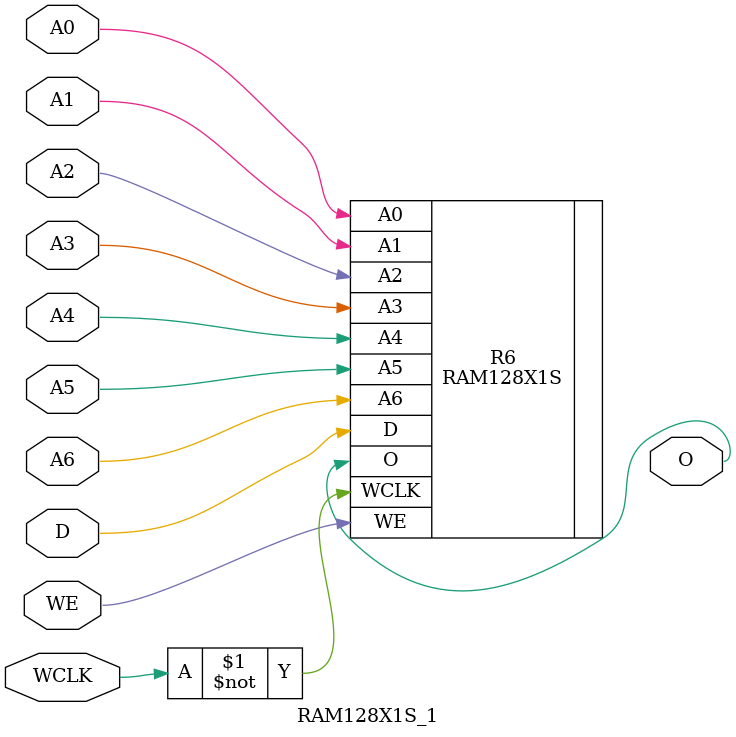
<source format=v>

`timescale  1 ps / 1 ps

module RAM128X1S_1 (O, A0, A1, A2, A3, A4, A5, A6, D, WCLK, WE);

    parameter [127:0] INIT = 128'h00000000000000000000000000000000;
    parameter [0:0] IS_WCLK_INVERTED = 1'b0;

    output O;

    input  A0, A1, A2, A3, A4, A5, A6, D, WCLK, WE;

    RAM128X1S #(.INIT(INIT), .IS_WCLK_INVERTED(IS_WCLK_INVERTED)) R6 (
		.O (O),
		.A0 (A0),
		.A1 (A1),
		.A2 (A2),
		.A3 (A3),
		.A4 (A4),
		.A5 (A5),
		.A6 (A6),
		.D (D),
		.WCLK (~WCLK),
		.WE (WE));

endmodule

</source>
